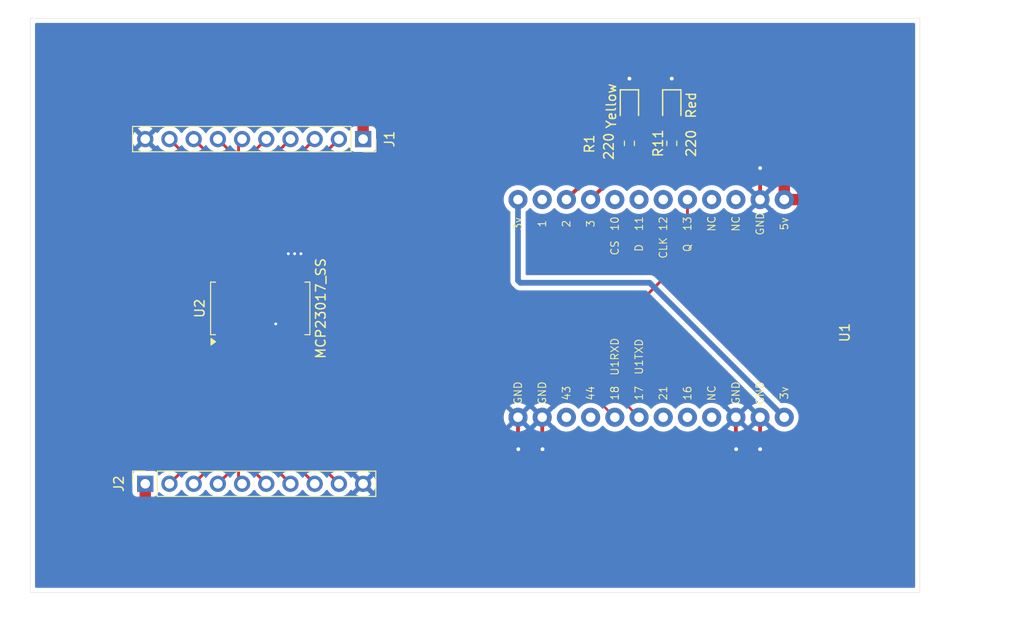
<source format=kicad_pcb>
(kicad_pcb (version 20241229) (generator "pcbnew") (generator_version "9.0")
  (layers (0 "F.Cu" signal "Front") (2 "B.Cu" signal "Back") (13 "F.Paste" user) (15 "B.Paste" user) (5 "F.SilkS" user "F.Silkscreen") (7 "B.SilkS" user "B.Silkscreen") (1 "F.Mask" user) (3 "B.Mask" user) (25 "Edge.Cuts" user))
  (net 0 "")
  (net 1 "Net-(D1-Pad2)")
  (net 2 "Net-(D7-Pad2)")
  (net 3 "Net-(J1-Pin_9)")
  (net 4 "Net-(J1-Pin_4)")
  (net 5 "Net-(J1-Pin_6)")
  (net 6 "Net-(J1-Pin_3)")
  (net 7 "GND")
  (net 8 "Net-(J1-Pin_8)")
  (net 9 "Net-(J1-Pin_5)")
  (net 10 "Net-(J1-Pin_2)")
  (net 13 "Net-(J1-Pin_7)")
  (net 14 "Net-(J2-Pin_6)")
  (net 22 "+5V")
  (net 23 "RESET")
  (net 24 "+3V3")
  (net 26 "SDA")
  (net 27 "SCL")
  (net 29 "Net-(J2-Pin_9)")
  (net 30 "Net-(J2-Pin_8)")
  (net 34 "Net-(J2-Pin_4)")
  (net 35 "Net-(J2-Pin_7)")
  (net 36 "Net-(J2-Pin_2)")
  (net 37 "Net-(J2-Pin_5)")
  (net 38 "Net-(J2-Pin_3)")
  (net 39 "Net-(U1-2)")
  (net 41 "Net-(U1-3)")
  (footprint "Connector_PinSocket_2.54mm:PinSocket_1x10_P2.54mm_Vertical" (layer "F.Cu") (at 168.275 81.28 -90)
    (property "Reference" "J1" (at 0 -2.77 90) (layer "F.SilkS"))
    (property "Value" "Conn_01x10_Socket" (hide yes))
    (fp_line (start -1.33 24.19) (end 1.33 24.19) (stroke (width 0.12)) (layer "F.SilkS"))
    (fp_line (start -1.33 1.27) (end -1.33 24.19) (stroke (width 0.12)) (layer "F.SilkS"))
    (fp_line (start -1.33 1.27) (end 1.33 1.27) (stroke (width 0.12)) (layer "F.SilkS"))
    (fp_line (start 1.33 1.27) (end 1.33 24.19) (stroke (width 0.12)) (layer "F.SilkS"))
    (fp_line (start 0 -1.33) (end 1.33 -1.33) (stroke (width 0.12)) (layer "F.SilkS"))
    (fp_line (start 1.33 -1.33) (end 1.33 0) (stroke (width 0.12)) (layer "F.SilkS"))
    (pad "1" thru_hole rect (at 0 0 270) (size 1.7 1.7) (drill 1) (layers "*.Cu" "*.Mask") (net 22 "+5V"))
    (pad "2" thru_hole circle (at 0 2.54 270) (size 1.7 1.7) (drill 1) (layers "*.Cu" "*.Mask") (net 10 "Net-(J1-Pin_2)"))
    (pad "3" thru_hole circle (at 0 5.08 270) (size 1.7 1.7) (drill 1) (layers "*.Cu" "*.Mask") (net 6 "Net-(J1-Pin_3)"))
    (pad "4" thru_hole circle (at 0 7.62 270) (size 1.7 1.7) (drill 1) (layers "*.Cu" "*.Mask") (net 4 "Net-(J1-Pin_4)"))
    (pad "5" thru_hole circle (at 0 10.16 270) (size 1.7 1.7) (drill 1) (layers "*.Cu" "*.Mask") (net 9 "Net-(J1-Pin_5)"))
    (pad "6" thru_hole circle (at 0 12.7 270) (size 1.7 1.7) (drill 1) (layers "*.Cu" "*.Mask") (net 5 "Net-(J1-Pin_6)"))
    (pad "7" thru_hole circle (at 0 15.24 270) (size 1.7 1.7) (drill 1) (layers "*.Cu" "*.Mask") (net 13 "Net-(J1-Pin_7)"))
    (pad "8" thru_hole circle (at 0 17.78 270) (size 1.7 1.7) (drill 1) (layers "*.Cu" "*.Mask") (net 8 "Net-(J1-Pin_8)"))
    (pad "9" thru_hole circle (at 0 20.32 270) (size 1.7 1.7) (drill 1) (layers "*.Cu" "*.Mask") (net 3 "Net-(J1-Pin_9)"))
    (pad "10" thru_hole circle (at 0 22.86 270) (size 1.7 1.7) (drill 1) (layers "*.Cu" "*.Mask") (net 7 "GND"))
  )
  (footprint "Lilygo_T_Display_S3:T-Display-S3" (layer "F.Cu") (at 217.545 87.629068 90)
    (property "Reference" "U1" (at -13.97 1.27 90) (layer "F.SilkS"))
    (property "Value" "T-Display-S3")
    (fp_text user "GND" (at -2.54 -7.62 90) (layer "F.SilkS") (effects (font (size 0.8 0.8) (thickness 0.1))))
    (fp_text user "CS" (at -5.08 -22.86 90) (layer "F.SilkS") (effects (font (size 0.8 0.8) (thickness 0.1))))
    (fp_text user "D" (at -5.08 -20.32 90) (layer "F.SilkS") (effects (font (size 0.8 0.8) (thickness 0.1))))
    (fp_text user "16" (at -20.334382 -15.24 90) (layer "F.SilkS") (effects (font (size 0.8 0.8) (thickness 0.1))))
    (fp_text user "44" (at -20.334382 -25.4 90) (layer "F.SilkS") (effects (font (size 0.8 0.8) (thickness 0.1))))
    (fp_text user "13" (at -2.54 -15.24 90) (layer "F.SilkS") (effects (font (size 0.8 0.8) (thickness 0.1))))
    (fp_text user "GND" (at -20.32 -7.62 90) (layer "F.SilkS") (effects (font (size 0.8 0.8) (thickness 0.1))))
    (fp_text user "21" (at -20.334382 -17.78 90) (layer "F.SilkS") (effects (font (size 0.8 0.8) (thickness 0.1))))
    (fp_text user "11" (at -2.54 -20.32 90) (layer "F.SilkS") (effects (font (size 0.8 0.8) (thickness 0.1))))
    (fp_text user "2" (at -2.54 -27.94 90) (layer "F.SilkS") (effects (font (size 0.8 0.8) (thickness 0.1))))
    (fp_text user "NC" (at -20.334382 -12.7 90) (layer "F.SilkS") (effects (font (size 0.8 0.8) (thickness 0.1))))
    (fp_text user "43" (at -20.334382 -27.94 90) (layer "F.SilkS") (effects (font (size 0.8 0.8) (thickness 0.1))))
    (fp_text user "3v" (at -2.54 -33.02 90) (layer "F.SilkS") (effects (font (size 0.8 0.8) (thickness 0.1))))
    (fp_text user "17" (at -20.334382 -20.32 90) (layer "F.SilkS") (effects (font (size 0.8 0.8) (thickness 0.1))))
    (fp_text user "18" (at -20.334382 -22.86 90) (layer "F.SilkS") (effects (font (size 0.8 0.8) (thickness 0.1))))
    (fp_text user "U1RXD" (at -16.51 -22.86 90) (layer "F.SilkS") (effects (font (size 0.8 0.8) (thickness 0.1))))
    (fp_text user "NC" (at -2.54 -10.16 90) (layer "F.SilkS") (effects (font (size 0.8 0.8) (thickness 0.1))))
    (fp_text user "CLK" (at -5.08 -17.78 90) (layer "F.SilkS") (effects (font (size 0.8 0.8) (thickness 0.1))))
    (fp_text user "1" (at -2.54 -30.48 90) (layer "F.SilkS") (effects (font (size 0.8 0.8) (thickness 0.1))))
    (fp_text user "12" (at -2.54 -17.78 90) (layer "F.SilkS") (effects (font (size 0.8 0.8) (thickness 0.1))))
    (fp_text user "5v" (at -2.54 -5.08 90) (layer "F.SilkS") (effects (font (size 0.8 0.8) (thickness 0.1))))
    (fp_text user "GND" (at -20.32 -10.16 90) (layer "F.SilkS") (effects (font (size 0.8 0.8) (thickness 0.1))))
    (fp_text user "3" (at -2.54 -25.4 90) (layer "F.SilkS") (effects (font (size 0.8 0.8) (thickness 0.1))))
    (fp_text user "GND" (at -20.32 -33.02 90) (layer "F.SilkS") (effects (font (size 0.8 0.8) (thickness 0.1))))
    (fp_text user "10" (at -2.54 -22.86 90) (layer "F.SilkS") (effects (font (size 0.8 0.8) (thickness 0.1))))
    (fp_text user "NC" (at -2.54 -12.7 90) (layer "F.SilkS") (effects (font (size 0.8 0.8) (thickness 0.1))))
    (fp_text user "GND" (at -20.32 -30.48 90) (layer "F.SilkS") (effects (font (size 0.8 0.8) (thickness 0.1))))
    (fp_text user "U1TXD" (at -16.51 -20.32 90) (layer "F.SilkS") (effects (font (size 0.8 0.8) (thickness 0.1))))
    (fp_text user "Q" (at -5.08 -15.24 90) (layer "F.SilkS") (effects (font (size 0.8 0.8) (thickness 0.1))))
    (fp_text user "3v" (at -20.32 -5.08 90) (layer "F.SilkS") (effects (font (size 0.8 0.8) (thickness 0.1))))
    (pad "1" thru_hole circle (at 0 -33.02 90) (size 2 2) (drill 1) (layers "*.Cu" "*.Mask") (net 24 "+3V3"))
    (pad "2" thru_hole circle (at 0 -30.48 90) (size 2 2) (drill 1) (layers "*.Cu" "*.Mask"))
    (pad "3" thru_hole circle (at 0 -27.94 90) (size 2 2) (drill 1) (layers "*.Cu" "*.Mask") (net 39 "Net-(U1-2)"))
    (pad "4" thru_hole circle (at 0 -25.4 90) (size 2 2) (drill 1) (layers "*.Cu" "*.Mask") (net 41 "Net-(U1-3)"))
    (pad "5" thru_hole circle (at 0 -22.86 90) (size 2 2) (drill 1) (layers "*.Cu" "*.Mask"))
    (pad "6" thru_hole circle (at 0 -20.32 90) (size 2 2) (drill 1) (layers "*.Cu" "*.Mask"))
    (pad "7" thru_hole circle (at 0 -17.78 90) (size 2 2) (drill 1) (layers "*.Cu" "*.Mask"))
    (pad "8" thru_hole circle (at 0 -15.24 90) (size 2 2) (drill 1) (layers "*.Cu" "*.Mask") (net 23 "RESET"))
    (pad "9" thru_hole circle (at 0 -12.7 90) (size 2 2) (drill 1) (layers "*.Cu" "*.Mask"))
    (pad "10" thru_hole circle (at 0 -10.16 90) (size 2 2) (drill 1) (layers "*.Cu" "*.Mask"))
    (pad "11" thru_hole circle (at 0 -7.62 90) (size 2 2) (drill 1) (layers "*.Cu" "*.Mask") (net 7 "GND"))
    (pad "12" thru_hole circle (at 0 -5.08 90) (size 2 2) (drill 1) (layers "*.Cu" "*.Mask") (net 22 "+5V"))
    (pad "13" thru_hole circle (at -22.861864 -33.02 90) (size 2 2) (drill 1) (layers "*.Cu" "*.Mask") (net 7 "GND"))
    (pad "14" thru_hole circle (at -22.861864 -30.48 90) (size 2 2) (drill 1) (layers "*.Cu" "*.Mask") (net 7 "GND"))
    (pad "15" thru_hole circle (at -22.861864 -27.94 90) (size 2 2) (drill 1) (layers "*.Cu" "*.Mask"))
    (pad "16" thru_hole circle (at -22.861864 -25.4 90) (size 2 2) (drill 1) (layers "*.Cu" "*.Mask"))
    (pad "17" thru_hole circle (at -22.861864 -22.86 90) (size 2 2) (drill 1) (layers "*.Cu" "*.Mask") (net 27 "SCL"))
    (pad "18" thru_hole circle (at -22.861864 -20.32 90) (size 2 2) (drill 1) (layers "*.Cu" "*.Mask") (net 26 "SDA"))
    (pad "19" thru_hole circle (at -22.861864 -17.78 90) (size 2 2) (drill 1) (layers "*.Cu" "*.Mask"))
    (pad "20" thru_hole circle (at -22.861864 -15.24 90) (size 2 2) (drill 1) (layers "*.Cu" "*.Mask"))
    (pad "21" thru_hole circle (at -22.861864 -12.7 90) (size 2 2) (drill 1) (layers "*.Cu" "*.Mask"))
    (pad "22" thru_hole circle (at -22.861864 -10.16 90) (size 2 2) (drill 1) (layers "*.Cu" "*.Mask") (net 7 "GND"))
    (pad "23" thru_hole circle (at -22.861864 -7.62 90) (size 2 2) (drill 1) (layers "*.Cu" "*.Mask") (net 7 "GND"))
    (pad "24" thru_hole circle (at -22.861864 -5.08 90) (size 2 2) (drill 1) (layers "*.Cu" "*.Mask") (net 24 "+3V3"))
  )
  (footprint "PCM_JLCPCB:D_0805" (layer "F.Cu") (at 200.66 77.8 -90)
    (property "Reference" "D7" (hide yes))
    (property "Value" "Red" (at -0.076 -2.032 90) (layer "F.SilkS"))
    (fp_line (start -1.69 0.96) (end 1 0.96) (stroke (width 0.15)) (layer "F.SilkS"))
    (fp_line (start -1.69 -0.96) (end -1.69 0.96) (stroke (width 0.15)) (layer "F.SilkS"))
    (fp_line (start 1 -0.96) (end -1.69 -0.96) (stroke (width 0.15)) (layer "F.SilkS"))
    (pad "1" smd roundrect (at -0.94 0 270) (size 0.97 1.4) (layers "F.Cu" "F.Mask" "F.Paste") (net 7 "GND"))
    (pad "2" smd roundrect (at 0.94 0 270) (size 0.97 1.4) (layers "F.Cu" "F.Mask" "F.Paste") (net 2 "Net-(D7-Pad2)"))
  )
  (footprint "Resistor_SMD:R_0603_1608Metric" (layer "F.Cu") (at 200.66 81.725 90)
    (property "Reference" "R11" (at 0 -1.43 90) (layer "F.SilkS"))
    (property "Value" "220" (at 0 2.032 90) (layer "F.SilkS"))
    (fp_line (start -0.237258 -0.5225) (end 0.237258 -0.5225) (stroke (width 0.12)) (layer "F.SilkS"))
    (fp_line (start -0.237258 0.5225) (end 0.237258 0.5225) (stroke (width 0.12)) (layer "F.SilkS"))
    (pad "1" smd roundrect (at -0.825 0 90) (size 0.8 0.95) (layers "F.Cu" "F.Mask" "F.Paste") (net 41 "Net-(U1-3)"))
    (pad "2" smd roundrect (at 0.825 0 90) (size 0.8 0.95) (layers "F.Cu" "F.Mask" "F.Paste") (net 2 "Net-(D7-Pad2)"))
  )
  (footprint "PCM_JLCPCB:D_0805" (layer "F.Cu") (at 196.215 77.8 -90)
    (property "Reference" "D1" (hide yes))
    (property "Value" "Yellow" (at 0 1.905 90) (layer "F.SilkS"))
    (fp_line (start -1.69 0.96) (end 1 0.96) (stroke (width 0.15)) (layer "F.SilkS"))
    (fp_line (start -1.69 -0.96) (end -1.69 0.96) (stroke (width 0.15)) (layer "F.SilkS"))
    (fp_line (start 1 -0.96) (end -1.69 -0.96) (stroke (width 0.15)) (layer "F.SilkS"))
    (pad "1" smd roundrect (at -0.94 0 270) (size 0.97 1.4) (layers "F.Cu" "F.Mask" "F.Paste") (net 7 "GND"))
    (pad "2" smd roundrect (at 0.94 0 270) (size 0.97 1.4) (layers "F.Cu" "F.Mask" "F.Paste") (net 1 "Net-(D1-Pad2)"))
  )
  (footprint "Connector_PinSocket_2.54mm:PinSocket_1x10_P2.54mm_Vertical" (layer "F.Cu") (at 145.415 117.475 90)
    (property "Reference" "J2" (at 0 -2.77 90) (layer "F.SilkS"))
    (property "Value" "Conn_01x10_Socket" (hide yes))
    (fp_line (start 1.33 -1.33) (end 1.33 0) (stroke (width 0.12)) (layer "F.SilkS"))
    (fp_line (start 0 -1.33) (end 1.33 -1.33) (stroke (width 0.12)) (layer "F.SilkS"))
    (fp_line (start 1.33 1.27) (end 1.33 24.19) (stroke (width 0.12)) (layer "F.SilkS"))
    (fp_line (start -1.33 1.27) (end 1.33 1.27) (stroke (width 0.12)) (layer "F.SilkS"))
    (fp_line (start -1.33 1.27) (end -1.33 24.19) (stroke (width 0.12)) (layer "F.SilkS"))
    (fp_line (start -1.33 24.19) (end 1.33 24.19) (stroke (width 0.12)) (layer "F.SilkS"))
    (pad "1" thru_hole rect (at 0 0 90) (size 1.7 1.7) (drill 1) (layers "*.Cu" "*.Mask") (net 22 "+5V"))
    (pad "2" thru_hole circle (at 0 2.54 90) (size 1.7 1.7) (drill 1) (layers "*.Cu" "*.Mask") (net 36 "Net-(J2-Pin_2)"))
    (pad "3" thru_hole circle (at 0 5.08 90) (size 1.7 1.7) (drill 1) (layers "*.Cu" "*.Mask") (net 38 "Net-(J2-Pin_3)"))
    (pad "4" thru_hole circle (at 0 7.62 90) (size 1.7 1.7) (drill 1) (layers "*.Cu" "*.Mask") (net 34 "Net-(J2-Pin_4)"))
    (pad "5" thru_hole circle (at 0 10.16 90) (size 1.7 1.7) (drill 1) (layers "*.Cu" "*.Mask") (net 37 "Net-(J2-Pin_5)"))
    (pad "6" thru_hole circle (at 0 12.7 90) (size 1.7 1.7) (drill 1) (layers "*.Cu" "*.Mask") (net 14 "Net-(J2-Pin_6)"))
    (pad "7" thru_hole circle (at 0 15.24 90) (size 1.7 1.7) (drill 1) (layers "*.Cu" "*.Mask") (net 35 "Net-(J2-Pin_7)"))
    (pad "8" thru_hole circle (at 0 17.78 90) (size 1.7 1.7) (drill 1) (layers "*.Cu" "*.Mask") (net 30 "Net-(J2-Pin_8)"))
    (pad "9" thru_hole circle (at 0 20.32 90) (size 1.7 1.7) (drill 1) (layers "*.Cu" "*.Mask") (net 29 "Net-(J2-Pin_9)"))
    (pad "10" thru_hole circle (at 0 22.86 90) (size 1.7 1.7) (drill 1) (layers "*.Cu" "*.Mask") (net 7 "GND"))
  )
  (footprint "Resistor_SMD:R_0603_1608Metric" (layer "F.Cu") (at 196.215 81.725 90)
    (property "Reference" "R1" (at -0.063 -4.191 90) (layer "F.SilkS"))
    (property "Value" "220" (at -0.317 -2.159 90) (layer "F.SilkS"))
    (fp_line (start -0.237258 -0.5225) (end 0.237258 -0.5225) (stroke (width 0.12)) (layer "F.SilkS"))
    (fp_line (start -0.237258 0.5225) (end 0.237258 0.5225) (stroke (width 0.12)) (layer "F.SilkS"))
    (pad "1" smd roundrect (at -0.825 0 90) (size 0.8 0.95) (layers "F.Cu" "F.Mask" "F.Paste") (net 39 "Net-(U1-2)"))
    (pad "2" smd roundrect (at 0.825 0 90) (size 0.8 0.95) (layers "F.Cu" "F.Mask" "F.Paste") (net 1 "Net-(D1-Pad2)"))
  )
  (footprint "Package_SO:SSOP-28_5.3x10.2mm_P0.65mm" (layer "F.Cu") (at 157.48 99.06 90)
    (property "Reference" "U2" (at 0 -6.35 90) (layer "F.SilkS"))
    (property "Value" "MCP23017_SS" (at 0 6.35 90) (layer "F.SilkS"))
    (fp_line (start 2.76 -5.21) (end 2.76 -4.685) (stroke (width 0.12)) (layer "F.SilkS"))
    (fp_line (start -2.76 -5.21) (end 2.76 -5.21) (stroke (width 0.12)) (layer "F.SilkS"))
    (fp_line (start -2.76 -4.685) (end -2.76 -5.21) (stroke (width 0.12)) (layer "F.SilkS"))
    (fp_line (start 2.76 4.685) (end 2.76 5.21) (stroke (width 0.12)) (layer "F.SilkS"))
    (fp_line (start 2.76 5.21) (end -2.76 5.21) (stroke (width 0.12)) (layer "F.SilkS"))
    (fp_line (start -2.76 5.21) (end -2.76 4.685) (stroke (width 0.12)) (layer "F.SilkS"))
    (fp_poly (pts (xy -3.5 -4.69) (xy -3.84 -5.16) (xy -3.16 -5.16)) (stroke (width 0.12)) (fill yes) (layer "F.SilkS"))
    (pad "1" smd roundrect (at -3.5 -4.225 90) (size 1.9 0.4) (layers "F.Cu" "F.Mask" "F.Paste") (net 36 "Net-(J2-Pin_2)"))
    (pad "2" smd roundrect (at -3.5 -3.575 90) (size 1.9 0.4) (layers "F.Cu" "F.Mask" "F.Paste") (net 38 "Net-(J2-Pin_3)"))
    (pad "3" smd roundrect (at -3.5 -2.925 90) (size 1.9 0.4) (layers "F.Cu" "F.Mask" "F.Paste") (net 34 "Net-(J2-Pin_4)"))
    (pad "4" smd roundrect (at -3.5 -2.275 90) (size 1.9 0.4) (layers "F.Cu" "F.Mask" "F.Paste") (net 37 "Net-(J2-Pin_5)"))
    (pad "5" smd roundrect (at -3.5 -1.625 90) (size 1.9 0.4) (layers "F.Cu" "F.Mask" "F.Paste") (net 14 "Net-(J2-Pin_6)"))
    (pad "6" smd roundrect (at -3.5 -0.975 90) (size 1.9 0.4) (layers "F.Cu" "F.Mask" "F.Paste") (net 35 "Net-(J2-Pin_7)"))
    (pad "7" smd roundrect (at -3.5 -0.325 90) (size 1.9 0.4) (layers "F.Cu" "F.Mask" "F.Paste") (net 30 "Net-(J2-Pin_8)"))
    (pad "8" smd roundrect (at -3.5 0.325 90) (size 1.9 0.4) (layers "F.Cu" "F.Mask" "F.Paste") (net 29 "Net-(J2-Pin_9)"))
    (pad "9" smd roundrect (at -3.5 0.975 90) (size 1.9 0.4) (layers "F.Cu" "F.Mask" "F.Paste") (net 22 "+5V"))
    (pad "10" smd roundrect (at -3.5 1.625 90) (size 1.9 0.4) (layers "F.Cu" "F.Mask" "F.Paste") (net 7 "GND"))
    (pad "11" smd roundrect (at -3.5 2.275 90) (size 1.9 0.4) (layers "F.Cu" "F.Mask" "F.Paste"))
    (pad "12" smd roundrect (at -3.5 2.925 90) (size 1.9 0.4) (layers "F.Cu" "F.Mask" "F.Paste") (net 27 "SCL"))
    (pad "13" smd roundrect (at -3.5 3.575 90) (size 1.9 0.4) (layers "F.Cu" "F.Mask" "F.Paste") (net 26 "SDA"))
    (pad "14" smd roundrect (at -3.5 4.225 90) (size 1.9 0.4) (layers "F.Cu" "F.Mask" "F.Paste"))
    (pad "15" smd roundrect (at 3.5 4.225 90) (size 1.9 0.4) (layers "F.Cu" "F.Mask" "F.Paste") (net 7 "GND"))
    (pad "16" smd roundrect (at 3.5 3.575 90) (size 1.9 0.4) (layers "F.Cu" "F.Mask" "F.Paste") (net 7 "GND"))
    (pad "17" smd roundrect (at 3.5 2.925 90) (size 1.9 0.4) (layers "F.Cu" "F.Mask" "F.Paste") (net 7 "GND"))
    (pad "18" smd roundrect (at 3.5 2.275 90) (size 1.9 0.4) (layers "F.Cu" "F.Mask" "F.Paste") (net 23 "RESET"))
    (pad "19" smd roundrect (at 3.5 1.625 90) (size 1.9 0.4) (layers "F.Cu" "F.Mask" "F.Paste"))
    (pad "20" smd roundrect (at 3.5 0.975 90) (size 1.9 0.4) (layers "F.Cu" "F.Mask" "F.Paste"))
    (pad "21" smd roundrect (at 3.5 0.325 90) (size 1.9 0.4) (layers "F.Cu" "F.Mask" "F.Paste") (net 10 "Net-(J1-Pin_2)"))
    (pad "22" smd roundrect (at 3.5 -0.325 90) (size 1.9 0.4) (layers "F.Cu" "F.Mask" "F.Paste") (net 6 "Net-(J1-Pin_3)"))
    (pad "23" smd roundrect (at 3.5 -0.975 90) (size 1.9 0.4) (layers "F.Cu" "F.Mask" "F.Paste") (net 4 "Net-(J1-Pin_4)"))
    (pad "24" smd roundrect (at 3.5 -1.625 90) (size 1.9 0.4) (layers "F.Cu" "F.Mask" "F.Paste") (net 9 "Net-(J1-Pin_5)"))
    (pad "25" smd roundrect (at 3.5 -2.275 90) (size 1.9 0.4) (layers "F.Cu" "F.Mask" "F.Paste") (net 5 "Net-(J1-Pin_6)"))
    (pad "26" smd roundrect (at 3.5 -2.925 90) (size 1.9 0.4) (layers "F.Cu" "F.Mask" "F.Paste") (net 13 "Net-(J1-Pin_7)"))
    (pad "27" smd roundrect (at 3.5 -3.575 90) (size 1.9 0.4) (layers "F.Cu" "F.Mask" "F.Paste") (net 8 "Net-(J1-Pin_8)"))
    (pad "28" smd roundrect (at 3.5 -4.225 90) (size 1.9 0.4) (layers "F.Cu" "F.Mask" "F.Paste") (net 3 "Net-(J1-Pin_9)"))
  )
  (gr_rect (start 133.35 68.58) (end 226.695 128.905) (stroke (width 0.0381)) (fill no) (layer "Edge.Cuts"))
  (segment (start 196.215 78.74) (end 196.215 80.9) (width 0.4) (layer "F.Cu") (net 1))
  (segment (start 200.66 78.74) (end 200.66 80.9) (width 0.4) (layer "F.Cu") (net 2))
  (segment (start 153.255 86.58) (end 153.255 95.56) (width 0.3) (layer "F.Cu") (net 3))
  (segment (start 147.955 81.28) (end 153.255 86.58) (width 0.3) (layer "F.Cu") (net 3))
  (segment (start 156.505 85.43) (end 156.505 95.56) (width 0.3) (layer "F.Cu") (net 4))
  (segment (start 160.655 81.28) (end 156.505 85.43) (width 0.3) (layer "F.Cu") (net 4))
  (segment (start 155.575 81.28) (end 155.205 81.65) (width 0.3) (layer "F.Cu") (net 5))
  (segment (start 155.205 81.65) (end 155.205 95.56) (width 0.3) (layer "F.Cu") (net 5))
  (segment (start 157.155 87.32) (end 157.155 95.56) (width 0.3) (layer "F.Cu") (net 6))
  (segment (start 163.195 81.28) (end 157.155 87.32) (width 0.3) (layer "F.Cu") (net 6))
  (segment (start 209.925 110.490932) (end 209.925 113.8368) (width 0.4) (layer "F.Cu") (net 7))
  (segment (start 209.931 84.328) (end 209.931 87.623068) (width 0.4) (layer "F.Cu") (net 7))
  (segment (start 187.065 110.490932) (end 187.065 113.8114) (width 0.4) (layer "F.Cu") (net 7))
  (segment (start 160.405 93.341) (end 160.4264 93.3196) (width 0.3) (layer "F.Cu") (net 7))
  (segment (start 159.105 100.6862) (end 159.1056 100.6856) (width 0.4) (layer "F.Cu") (net 7))
  (segment (start 196.215 74.93) (end 196.215 76.86) (width 0.4) (layer "F.Cu") (net 7))
  (segment (start 184.525 110.490932) (end 184.525 113.8114) (width 0.4) (layer "F.Cu") (net 7))
  (segment (start 161.705 95.56) (end 161.705 93.3618) (width 0.3) (layer "F.Cu") (net 7))
  (segment (start 209.931 87.623068) (end 209.925 87.629068) (width 0.4) (layer "F.Cu") (net 7))
  (segment (start 187.065 113.8114) (end 187.0964 113.8428) (width 0.4) (layer "F.Cu") (net 7))
  (segment (start 161.055 95.56) (end 161.055 93.3514) (width 0.3) (layer "F.Cu") (net 7))
  (segment (start 160.405 95.56) (end 160.405 93.341) (width 0.3) (layer "F.Cu") (net 7))
  (segment (start 209.925 113.8368) (end 209.931 113.8428) (width 0.4) (layer "F.Cu") (net 7))
  (segment (start 200.66 74.93) (end 200.66 76.86) (width 0.4) (layer "F.Cu") (net 7))
  (segment (start 161.055 93.3514) (end 161.0868 93.3196) (width 0.3) (layer "F.Cu") (net 7))
  (segment (start 161.705 93.3618) (end 161.7472 93.3196) (width 0.3) (layer "F.Cu") (net 7))
  (segment (start 184.525 113.8114) (end 184.5564 113.8428) (width 0.4) (layer "F.Cu") (net 7))
  (segment (start 207.385 113.8114) (end 207.4164 113.8428) (width 0.4) (layer "F.Cu") (net 7))
  (segment (start 159.105 102.56) (end 159.105 100.6862) (width 0.4) (layer "F.Cu") (net 7))
  (segment (start 207.385 110.490932) (end 207.385 113.8114) (width 0.4) (layer "F.Cu") (net 7))
  (via (at 187.0964 113.8428) (size 0.9) (drill 0.4) (layers "F.Cu" "B.Cu") (net 7))
  (via (at 184.5564 113.8428) (size 0.9) (drill 0.4) (layers "F.Cu" "B.Cu") (net 7))
  (via (at 196.215 74.93) (size 0.9) (drill 0.4) (layers "F.Cu" "B.Cu") (net 7))
  (via (at 209.931 84.328) (size 0.9) (drill 0.4) (layers "F.Cu" "B.Cu") (net 7))
  (via (at 161.0868 93.3196) (size 0.6) (drill 0.3) (layers "F.Cu" "B.Cu") (net 7))
  (via (at 209.931 113.8428) (size 0.9) (drill 0.4) (layers "F.Cu" "B.Cu") (net 7))
  (via (at 200.66 74.93) (size 0.9) (drill 0.4) (layers "F.Cu" "B.Cu") (net 7))
  (via (at 160.4264 93.3196) (size 0.6) (drill 0.3) (layers "F.Cu" "B.Cu") (net 7))
  (via (at 207.4164 113.8428) (size 0.9) (drill 0.4) (layers "F.Cu" "B.Cu") (net 7))
  (via (at 159.1056 100.6856) (size 0.6) (drill 0.3) (layers "F.Cu" "B.Cu") (net 7))
  (via (at 161.7472 93.3196) (size 0.6) (drill 0.3) (layers "F.Cu" "B.Cu") (net 7))
  (segment (start 153.905 84.69) (end 153.905 95.56) (width 0.3) (layer "F.Cu") (net 8))
  (segment (start 150.495 81.28) (end 153.905 84.69) (width 0.3) (layer "F.Cu") (net 8))
  (segment (start 155.855 83.54) (end 155.855 95.56) (width 0.3) (layer "F.Cu") (net 9))
  (segment (start 158.115 81.28) (end 155.855 83.54) (width 0.3) (layer "F.Cu") (net 9))
  (segment (start 165.735 81.28) (end 157.805 89.21) (width 0.3) (layer "F.Cu") (net 10))
  (segment (start 157.805 89.21) (end 157.805 95.56) (width 0.3) (layer "F.Cu") (net 10))
  (segment (start 154.555 82.8) (end 154.555 95.56) (width 0.3) (layer "F.Cu") (net 13))
  (segment (start 153.035 81.28) (end 154.555 82.8) (width 0.3) (layer "F.Cu") (net 13))
  (segment (start 158.115 117.475) (end 155.855 115.215) (width 0.3) (layer "F.Cu") (net 14))
  (segment (start 155.855 115.215) (end 155.855 102.56) (width 0.3) (layer "F.Cu") (net 14))
  (segment (start 168.656 72.4408) (end 168.275 72.8218) (width 1.2) (layer "F.Cu") (net 22))
  (segment (start 145.3896 121.6152) (end 145.415 121.5898) (width 1.2) (layer "F.Cu") (net 22))
  (segment (start 212.2424 72.4408) (end 168.656 72.4408) (width 1.2) (layer "F.Cu") (net 22))
  (segment (start 212.465 72.6634) (end 212.2424 72.4408) (width 1.2) (layer "F.Cu") (net 22))
  (segment (start 208.788 122.428) (end 208.7372 122.3772) (width 1.2) (layer "F.Cu") (net 22))
  (segment (start 172.5676 122.3772) (end 145.3896 122.3772) (width 1.2) (layer "F.Cu") (net 22))
  (segment (start 212.465 87.629068) (end 217.372268 87.629068) (width 1.2) (layer "F.Cu") (net 22))
  (segment (start 145.3896 122.3772) (end 145.3896 121.6152) (width 1.2) (layer "F.Cu") (net 22))
  (segment (start 167.822601 112.8776) (end 172.5168 112.8776) (width 0.4) (layer "F.Cu") (net 22))
  (segment (start 158.455 103.509999) (end 167.822601 112.8776) (width 0.4) (layer "F.Cu") (net 22))
  (segment (start 212.465 87.629068) (end 212.465 72.6634) (width 1.2) (layer "F.Cu") (net 22))
  (segment (start 172.5168 122.3264) (end 172.5676 122.3772) (width 0.4) (layer "F.Cu") (net 22))
  (segment (start 217.424 113.792) (end 208.788 122.428) (width 1.2) (layer "F.Cu") (net 22))
  (segment (start 145.415 121.5898) (end 145.415 117.475) (width 1.2) (layer "F.Cu") (net 22))
  (segment (start 217.372268 113.740268) (end 217.424 113.792) (width 1.2) (layer "F.Cu") (net 22))
  (segment (start 168.275 72.8218) (end 168.275 81.28) (width 1.2) (layer "F.Cu") (net 22))
  (segment (start 158.455 102.56) (end 158.455 103.509999) (width 0.4) (layer "F.Cu") (net 22))
  (segment (start 217.372268 87.629068) (end 217.372268 113.740268) (width 1.2) (layer "F.Cu") (net 22))
  (segment (start 172.5168 112.8776) (end 172.5168 122.3264) (width 0.4) (layer "F.Cu") (net 22))
  (segment (start 208.7372 122.3772) (end 172.5676 122.3772) (width 1.2) (layer "F.Cu") (net 22))
  (segment (start 196.4436 99.2632) (end 161.5948 99.2632) (width 0.3) (layer "F.Cu") (net 23))
  (segment (start 159.755 97.4234) (end 159.755 95.56) (width 0.3) (layer "F.Cu") (net 23))
  (segment (start 202.305 87.629068) (end 202.305 93.4018) (width 0.3) (layer "F.Cu") (net 23))
  (segment (start 161.5948 99.2632) (end 159.755 97.4234) (width 0.3) (layer "F.Cu") (net 23))
  (segment (start 202.305 93.4018) (end 196.4436 99.2632) (width 0.3) (layer "F.Cu") (net 23))
  (segment (start 184.525 96.133) (end 184.7596 96.3676) (width 0.6) (layer "B.Cu") (net 24))
  (segment (start 184.525 87.629068) (end 184.525 96.133) (width 0.6) (layer "B.Cu") (net 24))
  (segment (start 184.7596 96.3676) (end 198.341668 96.3676) (width 0.6) (layer "B.Cu") (net 24))
  (segment (start 198.341668 96.3676) (end 212.465 110.490932) (width 0.6) (layer "B.Cu") (net 24))
  (segment (start 162.56 105.41) (end 192.0748 105.41) (width 0.25) (layer "F.Cu") (net 26))
  (segment (start 192.0748 105.41) (end 193.04 106.3752) (width 0.25) (layer "F.Cu") (net 26))
  (segment (start 193.04 106.3752) (end 193.109268 106.3752) (width 0.25) (layer "F.Cu") (net 26))
  (segment (start 193.109268 106.3752) (end 197.225 110.490932) (width 0.25) (layer "F.Cu") (net 26))
  (segment (start 161.055 102.56) (end 161.055 103.905) (width 0.25) (layer "F.Cu") (net 26))
  (segment (start 161.055 103.905) (end 162.56 105.41) (width 0.25) (layer "F.Cu") (net 26))
  (segment (start 160.405 104.4742) (end 160.405 102.56) (width 0.25) (layer "F.Cu") (net 27))
  (segment (start 194.685 110.490932) (end 190.823268 106.6292) (width 0.25) (layer "F.Cu") (net 27))
  (segment (start 190.823268 106.6292) (end 162.56 106.6292) (width 0.25) (layer "F.Cu") (net 27))
  (segment (start 162.56 106.6292) (end 160.405 104.4742) (width 0.25) (layer "F.Cu") (net 27))
  (segment (start 157.805 109.545) (end 157.805 102.56) (width 0.3) (layer "F.Cu") (net 29))
  (segment (start 165.735 117.475) (end 157.805 109.545) (width 0.3) (layer "F.Cu") (net 29))
  (segment (start 157.155 111.435) (end 157.155 102.56) (width 0.3) (layer "F.Cu") (net 30))
  (segment (start 163.195 117.475) (end 157.155 111.435) (width 0.3) (layer "F.Cu") (net 30))
  (segment (start 154.555 115.955) (end 154.555 102.56) (width 0.3) (layer "F.Cu") (net 34))
  (segment (start 153.035 117.475) (end 154.555 115.955) (width 0.3) (layer "F.Cu") (net 34))
  (segment (start 160.655 117.475) (end 156.505 113.325) (width 0.3) (layer "F.Cu") (net 35))
  (segment (start 156.505 113.325) (end 156.505 102.56) (width 0.3) (layer "F.Cu") (net 35))
  (segment (start 147.955 117.475) (end 153.255 112.175) (width 0.3) (layer "F.Cu") (net 36))
  (segment (start 153.255 112.175) (end 153.255 102.56) (width 0.3) (layer "F.Cu") (net 36))
  (segment (start 155.575 117.475) (end 155.205 117.105) (width 0.3) (layer "F.Cu") (net 37))
  (segment (start 155.205 117.105) (end 155.205 102.56) (width 0.3) (layer "F.Cu") (net 37))
  (segment (start 153.905 114.065) (end 153.905 102.56) (width 0.3) (layer "F.Cu") (net 38))
  (segment (start 150.495 117.475) (end 153.905 114.065) (width 0.3) (layer "F.Cu") (net 38))
  (segment (start 194.684068 82.55) (end 189.605 87.629068) (width 0.4) (layer "F.Cu") (net 39))
  (segment (start 196.215 82.55) (end 194.684068 82.55) (width 0.4) (layer "F.Cu") (net 39))
  (segment (start 200.66 83.185) (end 198.755 85.09) (width 0.4) (layer "F.Cu") (net 41))
  (segment (start 194.684068 85.09) (end 192.145 87.629068) (width 0.4) (layer "F.Cu") (net 41))
  (segment (start 198.755 85.09) (end 194.684068 85.09) (width 0.4) (layer "F.Cu") (net 41))
  (segment (start 200.66 82.55) (end 200.66 83.185) (width 0.4) (layer "F.Cu") (net 41))
  (zone (net 7) (net_name "GND") (layer "B.Cu") (connect_pads (clearance 0.5)) (min_thickness 0.25) (fill yes (thermal_gap 0.5) (thermal_bridge_width 0.5))
    (polygon (pts (xy 131.445 66.675) (xy 232.41 66.675) (xy 231.775 132.08) (xy 130.175 132.08)))
  )
)
</source>
